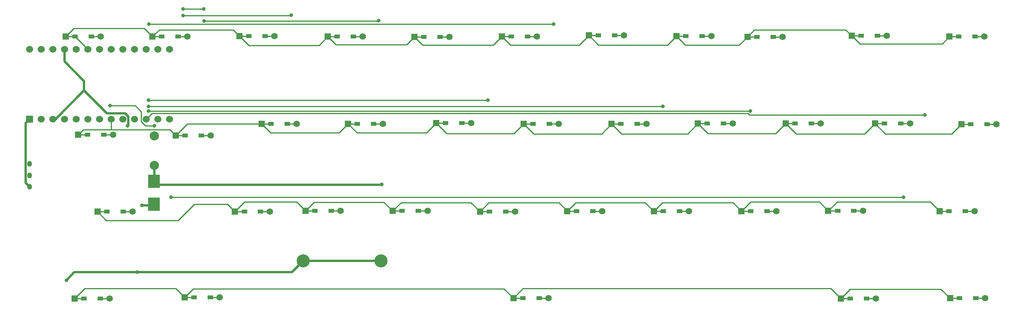
<source format=gbr>
%TF.GenerationSoftware,KiCad,Pcbnew,7.0.8*%
%TF.CreationDate,2024-10-24T11:53:26+09:00*%
%TF.ProjectId,cool337,636f6f6c-3333-4372-9e6b-696361645f70,rev?*%
%TF.SameCoordinates,Original*%
%TF.FileFunction,Copper,L1,Top*%
%TF.FilePolarity,Positive*%
%FSLAX46Y46*%
G04 Gerber Fmt 4.6, Leading zero omitted, Abs format (unit mm)*
G04 Created by KiCad (PCBNEW 7.0.8) date 2024-10-24 11:53:26*
%MOMM*%
%LPD*%
G01*
G04 APERTURE LIST*
%TA.AperFunction,ComponentPad*%
%ADD10R,1.397000X1.397000*%
%TD*%
%TA.AperFunction,SMDPad,CuDef*%
%ADD11R,1.300000X0.950000*%
%TD*%
%TA.AperFunction,ComponentPad*%
%ADD12C,1.397000*%
%TD*%
%TA.AperFunction,ComponentPad*%
%ADD13C,2.850000*%
%TD*%
%TA.AperFunction,ComponentPad*%
%ADD14C,2.000000*%
%TD*%
%TA.AperFunction,ComponentPad*%
%ADD15O,1.000000X1.300000*%
%TD*%
%TA.AperFunction,ComponentPad*%
%ADD16C,1.524000*%
%TD*%
%TA.AperFunction,ComponentPad*%
%ADD17R,1.524000X1.524000*%
%TD*%
%TA.AperFunction,SMDPad,CuDef*%
%ADD18R,2.600000X3.000000*%
%TD*%
%TA.AperFunction,ViaPad*%
%ADD19C,0.800000*%
%TD*%
%TA.AperFunction,Conductor*%
%ADD20C,0.250000*%
%TD*%
%TA.AperFunction,Conductor*%
%ADD21C,0.500000*%
%TD*%
G04 APERTURE END LIST*
D10*
%TO.P,D6,1,K*%
%TO.N,row0*%
X95910000Y-8330000D03*
D11*
X97945000Y-8330000D03*
%TO.P,D6,2,A*%
%TO.N,Net-(D6-A)*%
X101495000Y-8330000D03*
D12*
X103530000Y-8330000D03*
%TD*%
D10*
%TO.P,D20,1,K*%
%TO.N,row1*%
X157755000Y-27290000D03*
D11*
X159790000Y-27290000D03*
%TO.P,D20,2,A*%
%TO.N,Net-(D20-A)*%
X163340000Y-27290000D03*
D12*
X165375000Y-27290000D03*
%TD*%
D10*
%TO.P,D7,1,K*%
%TO.N,row0*%
X114920000Y-8080000D03*
D11*
X116955000Y-8080000D03*
%TO.P,D7,2,A*%
%TO.N,Net-(D7-A)*%
X120505000Y-8080000D03*
D12*
X122540000Y-8080000D03*
%TD*%
D10*
%TO.P,D31,1,K*%
%TO.N,row2*%
X167010000Y-46320000D03*
D11*
X169045000Y-46320000D03*
%TO.P,D31,2,A*%
%TO.N,Net-(D31-A)*%
X172595000Y-46320000D03*
D12*
X174630000Y-46320000D03*
%TD*%
D13*
%TO.P,BT1,1,+*%
%TO.N,BAT+*%
X69580000Y-57260000D03*
X52680000Y-57260000D03*
%TD*%
D10*
%TO.P,D8,1,K*%
%TO.N,row0*%
X133930000Y-8200000D03*
D11*
X135965000Y-8200000D03*
%TO.P,D8,2,A*%
%TO.N,Net-(D8-A)*%
X139515000Y-8200000D03*
D12*
X141550000Y-8200000D03*
%TD*%
D10*
%TO.P,D22,1,K*%
%TO.N,row1*%
X196005000Y-27410000D03*
D11*
X198040000Y-27410000D03*
%TO.P,D22,2,A*%
%TO.N,Net-(D22-A)*%
X201590000Y-27410000D03*
D12*
X203625000Y-27410000D03*
%TD*%
D10*
%TO.P,D34,1,K*%
%TO.N,row3*%
X26825000Y-65170000D03*
D11*
X28860000Y-65170000D03*
%TO.P,D34,2,A*%
%TO.N,Net-(D34-A)*%
X32410000Y-65170000D03*
D12*
X34445000Y-65170000D03*
%TD*%
D10*
%TO.P,D29,1,K*%
%TO.N,row2*%
X129000000Y-46420000D03*
D11*
X131035000Y-46420000D03*
%TO.P,D29,2,A*%
%TO.N,Net-(D29-A)*%
X134585000Y-46420000D03*
D12*
X136620000Y-46420000D03*
%TD*%
D10*
%TO.P,D23,1,K*%
%TO.N,row2*%
X7850000Y-46520000D03*
D11*
X9885000Y-46520000D03*
%TO.P,D23,2,A*%
%TO.N,Net-(D23-A)*%
X13435000Y-46520000D03*
D12*
X15470000Y-46520000D03*
%TD*%
D14*
%TO.P,SW39,1,1*%
%TO.N,Net-(U1-BOOT(RST))*%
X20220000Y-29950000D03*
%TO.P,SW39,2,2*%
%TO.N,GND*%
X20220000Y-36450000D03*
%TD*%
D10*
%TO.P,D24,1,K*%
%TO.N,row2*%
X37810000Y-46460000D03*
D11*
X39845000Y-46460000D03*
%TO.P,D24,2,A*%
%TO.N,Net-(D24-A)*%
X43395000Y-46460000D03*
D12*
X45430000Y-46460000D03*
%TD*%
D10*
%TO.P,D32,1,K*%
%TO.N,row2*%
X191275000Y-46390000D03*
D11*
X193310000Y-46390000D03*
%TO.P,D32,2,A*%
%TO.N,Net-(D32-A)*%
X196860000Y-46390000D03*
D12*
X198895000Y-46390000D03*
%TD*%
D10*
%TO.P,D26,1,K*%
%TO.N,row2*%
X72155000Y-46340000D03*
D11*
X74190000Y-46340000D03*
%TO.P,D26,2,A*%
%TO.N,Net-(D26-A)*%
X77740000Y-46340000D03*
D12*
X79775000Y-46340000D03*
%TD*%
D10*
%TO.P,D15,1,K*%
%TO.N,row1*%
X62425000Y-27330000D03*
D11*
X64460000Y-27330000D03*
%TO.P,D15,2,A*%
%TO.N,Net-(D15-A)*%
X68010000Y-27330000D03*
D12*
X70045000Y-27330000D03*
%TD*%
D10*
%TO.P,D2,1,K*%
%TO.N,row0*%
X19845000Y-8330000D03*
D11*
X21880000Y-8330000D03*
%TO.P,D2,2,A*%
%TO.N,Net-(D2-A)*%
X25430000Y-8330000D03*
D12*
X27465000Y-8330000D03*
%TD*%
D10*
%TO.P,D12,1,K*%
%TO.N,row1*%
X3660000Y-29750000D03*
D11*
X5695000Y-29750000D03*
%TO.P,D12,2,A*%
%TO.N,Net-(D12-A)*%
X9245000Y-29750000D03*
D12*
X11280000Y-29750000D03*
%TD*%
D10*
%TO.P,D36,1,K*%
%TO.N,row3*%
X169740000Y-65420000D03*
D11*
X171775000Y-65420000D03*
%TO.P,D36,2,A*%
%TO.N,Net-(D36-A)*%
X175325000Y-65420000D03*
D12*
X177360000Y-65420000D03*
%TD*%
D15*
%TO.P,SW38,1,1*%
%TO.N,Net-(U1-BAT)*%
X-6910000Y-41100000D03*
%TO.P,SW38,2,2*%
%TO.N,BAT+*%
X-6910000Y-38600000D03*
%TO.P,SW38,3*%
%TO.N,N/C*%
X-6910000Y-36100000D03*
%TD*%
D10*
%TO.P,D25,1,K*%
%TO.N,row2*%
X53150000Y-46280000D03*
D11*
X55185000Y-46280000D03*
%TO.P,D25,2,A*%
%TO.N,Net-(D25-A)*%
X58735000Y-46280000D03*
D12*
X60770000Y-46280000D03*
%TD*%
D10*
%TO.P,D3,1,K*%
%TO.N,row0*%
X38800000Y-8240000D03*
D11*
X40835000Y-8240000D03*
%TO.P,D3,2,A*%
%TO.N,Net-(D3-A)*%
X44385000Y-8240000D03*
D12*
X46420000Y-8240000D03*
%TD*%
D10*
%TO.P,D10,1,K*%
%TO.N,row0*%
X172110000Y-8140000D03*
D11*
X174145000Y-8140000D03*
%TO.P,D10,2,A*%
%TO.N,Net-(D10-A)*%
X177695000Y-8140000D03*
D12*
X179730000Y-8140000D03*
%TD*%
D16*
%TO.P,U1,1,PIN1(D3)*%
%TO.N,col0*%
X-4420000Y-11088600D03*
%TO.P,U1,2,PIN2(D2)*%
%TO.N,col1*%
X-1880000Y-11088600D03*
%TO.P,U1,3,GND*%
%TO.N,GND*%
X660000Y-11088600D03*
%TO.P,U1,4,GND*%
X3200000Y-11088600D03*
%TO.P,U1,5,PIN5(D1)*%
%TO.N,row0*%
X5740000Y-11088600D03*
%TO.P,U1,6,PIN6(D0)*%
%TO.N,col7*%
X8280000Y-11088600D03*
%TO.P,U1,7,PIN7(D4)*%
%TO.N,col5*%
X10820000Y-11088600D03*
%TO.P,U1,8,PIN8(C6)*%
%TO.N,col6*%
X13360000Y-11088600D03*
%TO.P,U1,9,PIN9(D7)*%
%TO.N,col2*%
X15900000Y-11088600D03*
%TO.P,U1,10,PIN10(E6)*%
%TO.N,col3*%
X18440000Y-11088600D03*
%TO.P,U1,11,PIN11(B4)*%
%TO.N,col4*%
X20980000Y-11088600D03*
%TO.P,U1,12,PIN12(B5)*%
%TO.N,unconnected-(U1-PIN12(B5)-Pad12)*%
X23520000Y-11088600D03*
%TO.P,U1,13,PIN13(B6)*%
%TO.N,unconnected-(U1-PIN13(B6)-Pad13)*%
X23520000Y-26308600D03*
%TO.P,U1,14,PIN14(B2)*%
%TO.N,unconnected-(U1-PIN14(B2)-Pad14)*%
X20980000Y-26308600D03*
%TO.P,U1,15,PIN15(B3)*%
%TO.N,col10*%
X18440000Y-26308600D03*
%TO.P,U1,16,PIN16(B1)*%
%TO.N,col9*%
X15900000Y-26308600D03*
%TO.P,U1,17,PIN17(F7)*%
%TO.N,col8*%
X13360000Y-26308600D03*
%TO.P,U1,18,PIN18(F6)*%
%TO.N,row1*%
X10820000Y-26308600D03*
%TO.P,U1,19,PIN19(F5)*%
%TO.N,row2*%
X8280000Y-26308600D03*
%TO.P,U1,20,PIN20(F4)*%
%TO.N,row3*%
X5740000Y-26308600D03*
%TO.P,U1,21,+4.3V*%
%TO.N,unconnected-(U1-+4.3V-Pad21)*%
X3200000Y-26308600D03*
%TO.P,U1,22,BOOT(RST)*%
%TO.N,Net-(U1-BOOT(RST))*%
X660000Y-26308600D03*
%TO.P,U1,23,GND*%
%TO.N,GND*%
X-1880000Y-26308600D03*
%TO.P,U1,24,+5V*%
%TO.N,VCC*%
X-4420000Y-26308600D03*
D17*
%TO.P,U1,25,BAT*%
%TO.N,Net-(U1-BAT)*%
X-6960000Y-26308600D03*
D16*
%TO.P,U1,26*%
%TO.N,N/C*%
X-6960000Y-11088600D03*
%TD*%
D10*
%TO.P,D35,1,K*%
%TO.N,row3*%
X98460000Y-65360000D03*
D11*
X100495000Y-65360000D03*
%TO.P,D35,2,A*%
%TO.N,Net-(D35-A)*%
X104045000Y-65360000D03*
D12*
X106080000Y-65360000D03*
%TD*%
D10*
%TO.P,D5,1,K*%
%TO.N,row0*%
X76910000Y-8360000D03*
D11*
X78945000Y-8360000D03*
%TO.P,D5,2,A*%
%TO.N,Net-(D5-A)*%
X82495000Y-8360000D03*
D12*
X84530000Y-8360000D03*
%TD*%
D10*
%TO.P,D30,1,K*%
%TO.N,row2*%
X148120000Y-46370000D03*
D11*
X150155000Y-46370000D03*
%TO.P,D30,2,A*%
%TO.N,Net-(D30-A)*%
X153705000Y-46370000D03*
D12*
X155740000Y-46370000D03*
%TD*%
D10*
%TO.P,D1,1,K*%
%TO.N,row0*%
X920000Y-8330000D03*
D11*
X2955000Y-8330000D03*
%TO.P,D1,2,A*%
%TO.N,Net-(D1-A)*%
X6505000Y-8330000D03*
D12*
X8540000Y-8330000D03*
%TD*%
D10*
%TO.P,D19,1,K*%
%TO.N,row1*%
X138615000Y-27260000D03*
D11*
X140650000Y-27260000D03*
%TO.P,D19,2,A*%
%TO.N,Net-(D19-A)*%
X144200000Y-27260000D03*
D12*
X146235000Y-27260000D03*
%TD*%
D10*
%TO.P,D18,1,K*%
%TO.N,row1*%
X119835000Y-27350000D03*
D11*
X121870000Y-27350000D03*
%TO.P,D18,2,A*%
%TO.N,Net-(D18-A)*%
X125420000Y-27350000D03*
D12*
X127455000Y-27350000D03*
%TD*%
D10*
%TO.P,D14,1,K*%
%TO.N,row1*%
X43635000Y-27340000D03*
D11*
X45670000Y-27340000D03*
%TO.P,D14,2,A*%
%TO.N,Net-(D14-A)*%
X49220000Y-27340000D03*
D12*
X51255000Y-27340000D03*
%TD*%
D10*
%TO.P,D13,1,K*%
%TO.N,row1*%
X24880000Y-29880000D03*
D11*
X26915000Y-29880000D03*
%TO.P,D13,2,A*%
%TO.N,Net-(D13-A)*%
X30465000Y-29880000D03*
D12*
X32500000Y-29880000D03*
%TD*%
D18*
%TO.P,C2,1*%
%TO.N,BAT+*%
X20160000Y-44900000D03*
%TO.P,C2,2*%
%TO.N,GND*%
X20160000Y-39900000D03*
%TD*%
D10*
%TO.P,D37,1,K*%
%TO.N,row3*%
X193555000Y-65370000D03*
D11*
X195590000Y-65370000D03*
%TO.P,D37,2,A*%
%TO.N,Net-(D37-A)*%
X199140000Y-65370000D03*
D12*
X201175000Y-65370000D03*
%TD*%
D10*
%TO.P,D9,1,K*%
%TO.N,row0*%
X149420000Y-8350000D03*
D11*
X151455000Y-8350000D03*
%TO.P,D9,2,A*%
%TO.N,Net-(D9-A)*%
X155005000Y-8350000D03*
D12*
X157040000Y-8350000D03*
%TD*%
D10*
%TO.P,D4,1,K*%
%TO.N,row0*%
X58040000Y-8310000D03*
D11*
X60075000Y-8310000D03*
%TO.P,D4,2,A*%
%TO.N,Net-(D4-A)*%
X63625000Y-8310000D03*
D12*
X65660000Y-8310000D03*
%TD*%
D10*
%TO.P,D33,1,K*%
%TO.N,row3*%
X2925000Y-65430000D03*
D11*
X4960000Y-65430000D03*
%TO.P,D33,2,A*%
%TO.N,Net-(D33-A)*%
X8510000Y-65430000D03*
D12*
X10545000Y-65430000D03*
%TD*%
D10*
%TO.P,D11,1,K*%
%TO.N,row0*%
X193420000Y-8340000D03*
D11*
X195455000Y-8340000D03*
%TO.P,D11,2,A*%
%TO.N,Net-(D11-A)*%
X199005000Y-8340000D03*
D12*
X201040000Y-8340000D03*
%TD*%
D10*
%TO.P,D17,1,K*%
%TO.N,row1*%
X100705000Y-27320000D03*
D11*
X102740000Y-27320000D03*
%TO.P,D17,2,A*%
%TO.N,Net-(D17-A)*%
X106290000Y-27320000D03*
D12*
X108325000Y-27320000D03*
%TD*%
D10*
%TO.P,D27,1,K*%
%TO.N,row2*%
X91155000Y-46470000D03*
D11*
X93190000Y-46470000D03*
%TO.P,D27,2,A*%
%TO.N,Net-(D27-A)*%
X96740000Y-46470000D03*
D12*
X98775000Y-46470000D03*
%TD*%
D10*
%TO.P,D16,1,K*%
%TO.N,row1*%
X81615000Y-27190000D03*
D11*
X83650000Y-27190000D03*
%TO.P,D16,2,A*%
%TO.N,Net-(D16-A)*%
X87200000Y-27190000D03*
D12*
X89235000Y-27190000D03*
%TD*%
D10*
%TO.P,D21,1,K*%
%TO.N,row1*%
X177195000Y-27280000D03*
D11*
X179230000Y-27280000D03*
%TO.P,D21,2,A*%
%TO.N,Net-(D21-A)*%
X182780000Y-27280000D03*
D12*
X184815000Y-27280000D03*
%TD*%
D10*
%TO.P,D28,1,K*%
%TO.N,row2*%
X110185000Y-46360000D03*
D11*
X112220000Y-46360000D03*
%TO.P,D28,2,A*%
%TO.N,Net-(D28-A)*%
X115770000Y-46360000D03*
D12*
X117805000Y-46360000D03*
%TD*%
D19*
%TO.N,BAT+*%
X17530000Y-45110000D03*
X16540000Y-59680000D03*
X1090000Y-61430000D03*
%TO.N,GND*%
X14390000Y-27750000D03*
X69740000Y-40570000D03*
%TO.N,col2*%
X26550000Y-2300000D03*
X31015000Y-2311620D03*
%TO.N,col3*%
X26550000Y-3700000D03*
X50065000Y-3640000D03*
%TO.N,col4*%
X69115000Y-4860000D03*
X31080000Y-4870000D03*
%TO.N,col5*%
X18967034Y-22182966D03*
X92927500Y-22170000D03*
%TO.N,col6*%
X107215000Y-5610000D03*
X19050000Y-5580000D03*
%TO.N,col7*%
X131027500Y-23510000D03*
X19000000Y-23520000D03*
%TO.N,col8*%
X150077500Y-24560000D03*
X18980000Y-24590000D03*
%TO.N,col9*%
X183415000Y-43380000D03*
X23850000Y-43390000D03*
%TO.N,col10*%
X188080000Y-25390000D03*
%TO.N,Net-(U1-BOOT(RST))*%
X20210000Y-27800000D03*
X10630000Y-23410000D03*
%TD*%
D20*
%TO.N,Net-(U1-BOOT(RST))*%
X10630000Y-23410000D02*
X16070000Y-23410000D01*
X16070000Y-23410000D02*
X17350000Y-24690000D01*
X17350000Y-24690000D02*
X17350000Y-26875000D01*
X17350000Y-26875000D02*
X18275000Y-27800000D01*
X18275000Y-27800000D02*
X20210000Y-27800000D01*
D21*
%TO.N,GND*%
X14390000Y-27750000D02*
X14572000Y-27568000D01*
X14572000Y-27568000D02*
X14572000Y-25762000D01*
X13906600Y-25096600D02*
X9921605Y-25096600D01*
X14572000Y-25762000D02*
X13906600Y-25096600D01*
X9921605Y-25096600D02*
X4931250Y-20106245D01*
D20*
%TO.N,row3*%
X2925000Y-65430000D02*
X5075000Y-63280000D01*
X5075000Y-63280000D02*
X24935000Y-63280000D01*
X24935000Y-63280000D02*
X26825000Y-65170000D01*
%TO.N,row2*%
X7850000Y-46520000D02*
X9750000Y-48420000D01*
X9750000Y-48420000D02*
X25397273Y-48420000D01*
X25397273Y-48420000D02*
X28980000Y-44837273D01*
X28980000Y-44837273D02*
X36187273Y-44837273D01*
X36187273Y-44837273D02*
X37810000Y-46460000D01*
X53150000Y-46280000D02*
X51260000Y-44390000D01*
X51260000Y-44390000D02*
X39880000Y-44390000D01*
X39880000Y-44390000D02*
X37810000Y-46460000D01*
X72155000Y-46340000D02*
X70235000Y-44420000D01*
X70235000Y-44420000D02*
X55010000Y-44420000D01*
X55010000Y-44420000D02*
X53150000Y-46280000D01*
X91155000Y-46470000D02*
X89185000Y-44500000D01*
X89185000Y-44500000D02*
X73995000Y-44500000D01*
X73995000Y-44500000D02*
X72155000Y-46340000D01*
X110185000Y-46360000D02*
X108375000Y-44550000D01*
X108375000Y-44550000D02*
X93075000Y-44550000D01*
X93075000Y-44550000D02*
X91155000Y-46470000D01*
X148120000Y-46370000D02*
X146270000Y-44520000D01*
X146270000Y-44520000D02*
X130900000Y-44520000D01*
X130900000Y-44520000D02*
X129000000Y-46420000D01*
X167010000Y-46320000D02*
X165070000Y-44380000D01*
X150110000Y-44380000D02*
X148120000Y-46370000D01*
X165070000Y-44380000D02*
X150110000Y-44380000D01*
X167010000Y-46320000D02*
X168960000Y-44370000D01*
X189255000Y-44370000D02*
X191275000Y-46390000D01*
X168960000Y-44370000D02*
X189255000Y-44370000D01*
%TO.N,row3*%
X169740000Y-65420000D02*
X171780000Y-63380000D01*
X171780000Y-63380000D02*
X191565000Y-63380000D01*
X191565000Y-63380000D02*
X193555000Y-65370000D01*
%TO.N,row0*%
X38800000Y-8240000D02*
X40780000Y-10220000D01*
X56130000Y-10220000D02*
X58040000Y-8310000D01*
X40780000Y-10220000D02*
X56130000Y-10220000D01*
X920000Y-8330000D02*
X2710000Y-6540000D01*
X2710000Y-6540000D02*
X18055000Y-6540000D01*
X18055000Y-6540000D02*
X19845000Y-8330000D01*
%TO.N,row1*%
X62425000Y-27330000D02*
X60465000Y-29290000D01*
X60465000Y-29290000D02*
X45585000Y-29290000D01*
X45585000Y-29290000D02*
X43635000Y-27340000D01*
X81615000Y-27190000D02*
X79495000Y-29310000D01*
X79495000Y-29310000D02*
X64405000Y-29310000D01*
X64405000Y-29310000D02*
X62425000Y-27330000D01*
X100705000Y-27320000D02*
X98575000Y-29450000D01*
X98575000Y-29450000D02*
X83875000Y-29450000D01*
X83875000Y-29450000D02*
X81615000Y-27190000D01*
X119835000Y-27350000D02*
X117675000Y-29510000D01*
X117675000Y-29510000D02*
X102895000Y-29510000D01*
X102895000Y-29510000D02*
X100705000Y-27320000D01*
X138615000Y-27260000D02*
X136365000Y-29510000D01*
X136365000Y-29510000D02*
X121995000Y-29510000D01*
X121995000Y-29510000D02*
X119835000Y-27350000D01*
X157755000Y-27290000D02*
X155575000Y-29470000D01*
X155575000Y-29470000D02*
X140825000Y-29470000D01*
X140825000Y-29470000D02*
X138615000Y-27260000D01*
X177195000Y-27280000D02*
X174945000Y-29530000D01*
X174945000Y-29530000D02*
X159995000Y-29530000D01*
X159995000Y-29530000D02*
X157755000Y-27290000D01*
X196005000Y-27410000D02*
X193885000Y-29530000D01*
X193885000Y-29530000D02*
X179445000Y-29530000D01*
X179445000Y-29530000D02*
X177195000Y-27280000D01*
%TO.N,row0*%
X133930000Y-8200000D02*
X135880000Y-10150000D01*
X147620000Y-10150000D02*
X149420000Y-8350000D01*
X135880000Y-10150000D02*
X147620000Y-10150000D01*
X114920000Y-8080000D02*
X116960000Y-10120000D01*
X116960000Y-10120000D02*
X132010000Y-10120000D01*
X132010000Y-10120000D02*
X133930000Y-8200000D01*
X95910000Y-8330000D02*
X97760000Y-10180000D01*
X97760000Y-10180000D02*
X112820000Y-10180000D01*
X112820000Y-10180000D02*
X114920000Y-8080000D01*
X76910000Y-8360000D02*
X78680000Y-10130000D01*
X78680000Y-10130000D02*
X94110000Y-10130000D01*
X94110000Y-10130000D02*
X95910000Y-8330000D01*
X58040000Y-8310000D02*
X59780000Y-10050000D01*
X59780000Y-10050000D02*
X75220000Y-10050000D01*
X75220000Y-10050000D02*
X76910000Y-8360000D01*
D21*
%TO.N,BAT+*%
X52680000Y-57260000D02*
X50240000Y-59700000D01*
X16540000Y-59680000D02*
X2840000Y-59680000D01*
X19950000Y-45110000D02*
X20160000Y-44900000D01*
X16560000Y-59700000D02*
X16540000Y-59680000D01*
X69580000Y-57260000D02*
X52680000Y-57260000D01*
X2840000Y-59680000D02*
X1090000Y-61430000D01*
X50240000Y-59700000D02*
X16560000Y-59700000D01*
X17530000Y-45110000D02*
X19950000Y-45110000D01*
%TO.N,GND*%
X20160000Y-39900000D02*
X20910000Y-40650000D01*
X660000Y-11088600D02*
X660000Y-13722505D01*
X4931250Y-20106245D02*
X-1271105Y-26308600D01*
X20220000Y-39840000D02*
X20160000Y-39900000D01*
X20220000Y-36450000D02*
X20220000Y-39840000D01*
X4931250Y-17993755D02*
X4931250Y-20106245D01*
X20910000Y-40650000D02*
X69660000Y-40650000D01*
X69660000Y-40650000D02*
X69740000Y-40570000D01*
X660000Y-13722505D02*
X4931250Y-17993755D01*
X-1271105Y-26308600D02*
X-1880000Y-26308600D01*
D20*
%TO.N,row0*%
X193420000Y-8340000D02*
X191830000Y-9930000D01*
X78945000Y-8360000D02*
X76910000Y-8360000D01*
X97945000Y-8330000D02*
X95910000Y-8330000D01*
X920000Y-8330000D02*
X2981400Y-8330000D01*
X40835000Y-8240000D02*
X38800000Y-8240000D01*
X149420000Y-8350000D02*
X151455000Y-8350000D01*
X38800000Y-8240000D02*
X37407273Y-6847273D01*
X116955000Y-8080000D02*
X114920000Y-8080000D01*
X37407273Y-6847273D02*
X21327727Y-6847273D01*
X173900000Y-9930000D02*
X172110000Y-8140000D01*
X172110000Y-8140000D02*
X174145000Y-8140000D01*
X920000Y-8330000D02*
X2955000Y-8330000D01*
X60075000Y-8310000D02*
X58040000Y-8310000D01*
X150922727Y-6847273D02*
X149420000Y-8350000D01*
X170817273Y-6847273D02*
X150922727Y-6847273D01*
X135965000Y-8200000D02*
X133930000Y-8200000D01*
X193420000Y-8340000D02*
X195455000Y-8340000D01*
X19845000Y-8330000D02*
X21880000Y-8330000D01*
X2981400Y-8330000D02*
X5740000Y-11088600D01*
X21327727Y-6847273D02*
X19845000Y-8330000D01*
X191830000Y-9930000D02*
X173900000Y-9930000D01*
X172110000Y-8140000D02*
X170817273Y-6847273D01*
%TO.N,Net-(D1-A)*%
X8540000Y-8330000D02*
X6505000Y-8330000D01*
%TO.N,Net-(D2-A)*%
X27465000Y-8330000D02*
X25430000Y-8330000D01*
%TO.N,Net-(D3-A)*%
X46420000Y-8240000D02*
X44385000Y-8240000D01*
%TO.N,Net-(D4-A)*%
X65660000Y-8310000D02*
X63625000Y-8310000D01*
%TO.N,Net-(D5-A)*%
X84530000Y-8360000D02*
X82495000Y-8360000D01*
%TO.N,Net-(D6-A)*%
X103530000Y-8330000D02*
X101495000Y-8330000D01*
%TO.N,Net-(D7-A)*%
X122540000Y-8080000D02*
X120505000Y-8080000D01*
%TO.N,Net-(D8-A)*%
X141550000Y-8200000D02*
X139515000Y-8200000D01*
%TO.N,Net-(D9-A)*%
X157040000Y-8350000D02*
X155005000Y-8350000D01*
%TO.N,Net-(D10-A)*%
X179730000Y-8140000D02*
X177695000Y-8140000D01*
%TO.N,Net-(D11-A)*%
X201040000Y-8340000D02*
X199005000Y-8340000D01*
%TO.N,row1*%
X81615000Y-27190000D02*
X83650000Y-27190000D01*
X177195000Y-27280000D02*
X179230000Y-27280000D01*
X43635000Y-27340000D02*
X45670000Y-27340000D01*
X4785000Y-28625000D02*
X10840000Y-28625000D01*
X27420000Y-27340000D02*
X24880000Y-29880000D01*
X3660000Y-29750000D02*
X5695000Y-29750000D01*
X62425000Y-27330000D02*
X64460000Y-27330000D01*
X10820000Y-26308600D02*
X10820000Y-28605000D01*
X100705000Y-27320000D02*
X102740000Y-27320000D01*
X198040000Y-27410000D02*
X196005000Y-27410000D01*
X119835000Y-27350000D02*
X121870000Y-27350000D01*
X138615000Y-27260000D02*
X140650000Y-27260000D01*
X43635000Y-27340000D02*
X27420000Y-27340000D01*
X24880000Y-29880000D02*
X26915000Y-29880000D01*
X157755000Y-27290000D02*
X159790000Y-27290000D01*
X24880000Y-29880000D02*
X23625000Y-28625000D01*
X10820000Y-28605000D02*
X10840000Y-28625000D01*
X4785000Y-28625000D02*
X3660000Y-29750000D01*
X23625000Y-28625000D02*
X10840000Y-28625000D01*
%TO.N,Net-(D12-A)*%
X11280000Y-29750000D02*
X9245000Y-29750000D01*
%TO.N,Net-(D13-A)*%
X32500000Y-29880000D02*
X30465000Y-29880000D01*
%TO.N,Net-(D14-A)*%
X51255000Y-27340000D02*
X49220000Y-27340000D01*
%TO.N,Net-(D15-A)*%
X70045000Y-27330000D02*
X68010000Y-27330000D01*
%TO.N,Net-(D16-A)*%
X89235000Y-27190000D02*
X87200000Y-27190000D01*
%TO.N,Net-(D17-A)*%
X108325000Y-27320000D02*
X106290000Y-27320000D01*
%TO.N,Net-(D18-A)*%
X127455000Y-27350000D02*
X125420000Y-27350000D01*
%TO.N,Net-(D19-A)*%
X146235000Y-27260000D02*
X144200000Y-27260000D01*
%TO.N,Net-(D20-A)*%
X165375000Y-27290000D02*
X163340000Y-27290000D01*
%TO.N,Net-(D21-A)*%
X184815000Y-27280000D02*
X182780000Y-27280000D01*
%TO.N,Net-(D22-A)*%
X203625000Y-27410000D02*
X201590000Y-27410000D01*
%TO.N,row2*%
X72155000Y-46340000D02*
X74190000Y-46340000D01*
X129000000Y-46420000D02*
X131035000Y-46420000D01*
X191275000Y-46390000D02*
X193310000Y-46390000D01*
X37810000Y-46460000D02*
X39845000Y-46460000D01*
X53150000Y-46280000D02*
X55185000Y-46280000D01*
X167010000Y-46320000D02*
X169045000Y-46320000D01*
X7850000Y-46520000D02*
X9885000Y-46520000D01*
X91155000Y-46470000D02*
X93190000Y-46470000D01*
X127110000Y-44530000D02*
X112015000Y-44530000D01*
X129000000Y-46420000D02*
X127110000Y-44530000D01*
X112015000Y-44530000D02*
X110185000Y-46360000D01*
X148120000Y-46370000D02*
X150155000Y-46370000D01*
X110185000Y-46360000D02*
X112220000Y-46360000D01*
%TO.N,Net-(D23-A)*%
X15470000Y-46520000D02*
X13435000Y-46520000D01*
%TO.N,Net-(D24-A)*%
X45430000Y-46460000D02*
X43395000Y-46460000D01*
%TO.N,Net-(D25-A)*%
X60770000Y-46280000D02*
X58735000Y-46280000D01*
%TO.N,Net-(D26-A)*%
X79775000Y-46340000D02*
X77740000Y-46340000D01*
%TO.N,Net-(D27-A)*%
X98775000Y-46470000D02*
X96740000Y-46470000D01*
%TO.N,Net-(D28-A)*%
X117805000Y-46360000D02*
X115770000Y-46360000D01*
%TO.N,Net-(D29-A)*%
X136620000Y-46420000D02*
X134585000Y-46420000D01*
%TO.N,Net-(D30-A)*%
X155740000Y-46370000D02*
X153705000Y-46370000D01*
%TO.N,Net-(D31-A)*%
X174630000Y-46320000D02*
X172595000Y-46320000D01*
%TO.N,Net-(D32-A)*%
X198895000Y-46390000D02*
X196860000Y-46390000D01*
%TO.N,row3*%
X98460000Y-65360000D02*
X100495000Y-65360000D01*
X193555000Y-65370000D02*
X195590000Y-65370000D01*
X2925000Y-65430000D02*
X4960000Y-65430000D01*
X169740000Y-65420000D02*
X171775000Y-65420000D01*
X98460000Y-65360000D02*
X96392548Y-63292548D01*
X96392548Y-63292548D02*
X28702452Y-63292548D01*
X100547452Y-63272548D02*
X98460000Y-65360000D01*
X167592548Y-63272548D02*
X100547452Y-63272548D01*
X26825000Y-65170000D02*
X28860000Y-65170000D01*
X28702452Y-63292548D02*
X26825000Y-65170000D01*
X169740000Y-65420000D02*
X167592548Y-63272548D01*
%TO.N,Net-(D33-A)*%
X10545000Y-65430000D02*
X8510000Y-65430000D01*
%TO.N,Net-(D34-A)*%
X34445000Y-65170000D02*
X32410000Y-65170000D01*
%TO.N,Net-(D35-A)*%
X106080000Y-65360000D02*
X104045000Y-65360000D01*
%TO.N,Net-(D36-A)*%
X177360000Y-65420000D02*
X175325000Y-65420000D01*
%TO.N,Net-(D37-A)*%
X201175000Y-65370000D02*
X199140000Y-65370000D01*
%TO.N,col2*%
X26550000Y-2300000D02*
X31003380Y-2300000D01*
X31003380Y-2300000D02*
X31015000Y-2311620D01*
%TO.N,col3*%
X50005000Y-3700000D02*
X50065000Y-3640000D01*
X26550000Y-3700000D02*
X50005000Y-3700000D01*
%TO.N,col4*%
X69105000Y-4870000D02*
X69115000Y-4860000D01*
X31080000Y-4870000D02*
X69105000Y-4870000D01*
%TO.N,col5*%
X18967034Y-22182966D02*
X92914534Y-22182966D01*
X92914534Y-22182966D02*
X92927500Y-22170000D01*
%TO.N,col6*%
X19065000Y-5595000D02*
X107200000Y-5595000D01*
X107200000Y-5595000D02*
X107215000Y-5610000D01*
X19050000Y-5580000D02*
X19065000Y-5595000D01*
%TO.N,col7*%
X19000000Y-23520000D02*
X131017500Y-23520000D01*
X131017500Y-23520000D02*
X131027500Y-23510000D01*
%TO.N,col8*%
X150047500Y-24590000D02*
X150077500Y-24560000D01*
X18980000Y-24590000D02*
X150047500Y-24590000D01*
%TO.N,col9*%
X183405000Y-43390000D02*
X183415000Y-43380000D01*
X23850000Y-43390000D02*
X183405000Y-43390000D01*
%TO.N,col10*%
X149532195Y-25040000D02*
X149882195Y-25390000D01*
X149882195Y-25390000D02*
X188080000Y-25390000D01*
X18440000Y-26308600D02*
X19708600Y-25040000D01*
X19708600Y-25040000D02*
X149532195Y-25040000D01*
D21*
%TO.N,Net-(U1-BAT)*%
X-6910000Y-41100000D02*
X-7810000Y-40200000D01*
X-7810000Y-40200000D02*
X-7810000Y-27158600D01*
X-7810000Y-27158600D02*
X-6960000Y-26308600D01*
%TD*%
M02*

</source>
